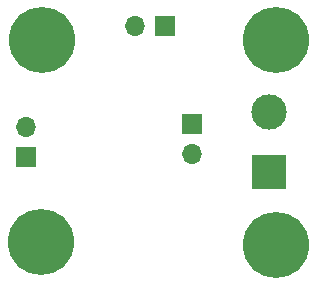
<source format=gbs>
G04 #@! TF.GenerationSoftware,KiCad,Pcbnew,(6.0.5)*
G04 #@! TF.CreationDate,2022-08-01T19:03:23+01:00*
G04 #@! TF.ProjectId,PWM-TRANSISTOR-PCB,50574d2d-5452-4414-9e53-4953544f522d,rev?*
G04 #@! TF.SameCoordinates,Original*
G04 #@! TF.FileFunction,Soldermask,Bot*
G04 #@! TF.FilePolarity,Negative*
%FSLAX46Y46*%
G04 Gerber Fmt 4.6, Leading zero omitted, Abs format (unit mm)*
G04 Created by KiCad (PCBNEW (6.0.5)) date 2022-08-01 19:03:23*
%MOMM*%
%LPD*%
G01*
G04 APERTURE LIST*
%ADD10C,5.600000*%
%ADD11R,1.700000X1.700000*%
%ADD12O,1.700000X1.700000*%
%ADD13R,3.000000X3.000000*%
%ADD14C,3.000000*%
G04 APERTURE END LIST*
D10*
X127698500Y-111760000D03*
X107886500Y-111760000D03*
X127698500Y-129159000D03*
D11*
X120586500Y-118872000D03*
D12*
X120586500Y-121412000D03*
D11*
X118300500Y-110617000D03*
D12*
X115760500Y-110617000D03*
D13*
X127063500Y-122999500D03*
D14*
X127063500Y-117919500D03*
D10*
X107759500Y-128905000D03*
D11*
X106489500Y-121729500D03*
D12*
X106489500Y-119189500D03*
M02*

</source>
